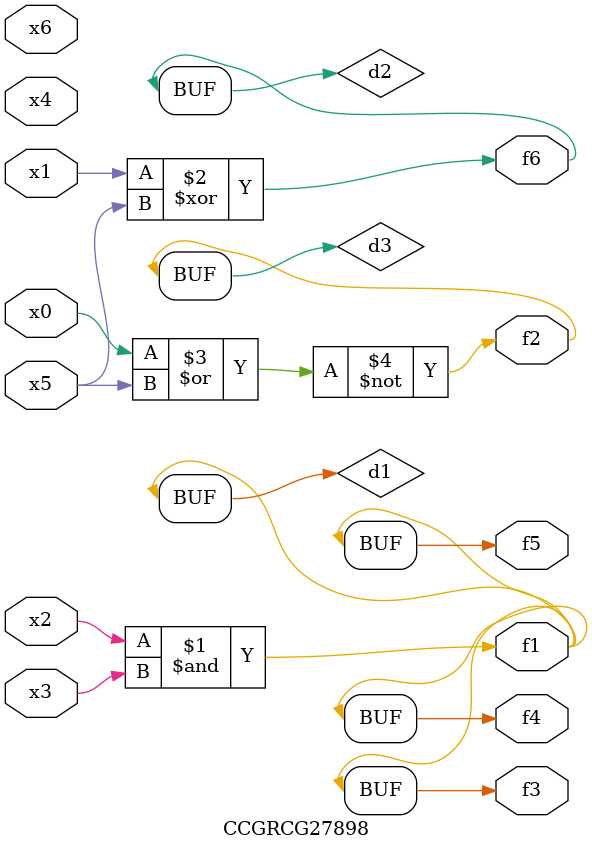
<source format=v>
module CCGRCG27898(
	input x0, x1, x2, x3, x4, x5, x6,
	output f1, f2, f3, f4, f5, f6
);

	wire d1, d2, d3;

	and (d1, x2, x3);
	xor (d2, x1, x5);
	nor (d3, x0, x5);
	assign f1 = d1;
	assign f2 = d3;
	assign f3 = d1;
	assign f4 = d1;
	assign f5 = d1;
	assign f6 = d2;
endmodule

</source>
